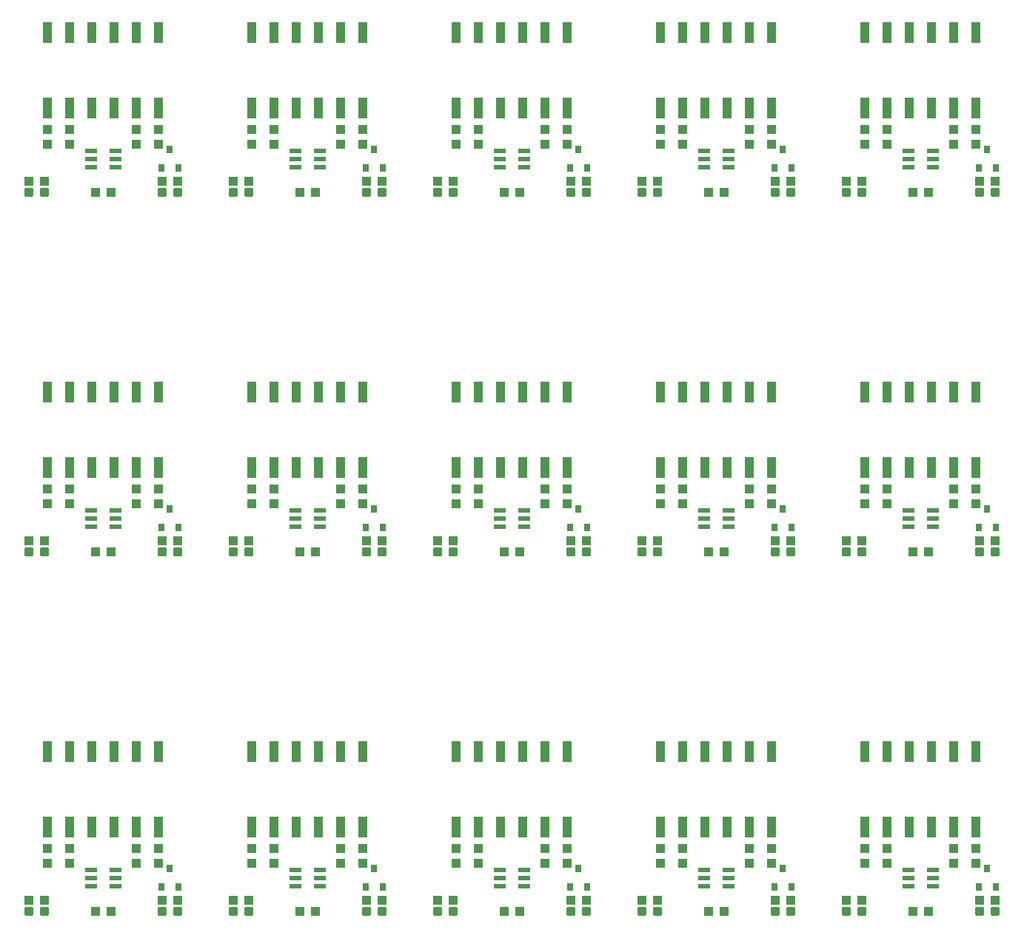
<source format=gtp>
G04 EAGLE Gerber RS-274X export*
G75*
%MOMM*%
%FSLAX34Y34*%
%LPD*%
%INSolderpaste Top*%
%IPPOS*%
%AMOC8*
5,1,8,0,0,1.08239X$1,22.5*%
G01*
%ADD10R,1.100000X1.000000*%
%ADD11C,0.300000*%
%ADD12R,1.350000X0.550000*%
%ADD13R,1.000000X1.100000*%
%ADD14R,1.130000X2.440000*%
%ADD15R,0.800000X0.900000*%


D10*
X29600Y101600D03*
X46600Y101600D03*
D11*
X43370Y92400D02*
X43370Y85400D01*
X43370Y92400D02*
X50370Y92400D01*
X50370Y85400D01*
X43370Y85400D01*
X43370Y88250D02*
X50370Y88250D01*
X50370Y91100D02*
X43370Y91100D01*
X25830Y92400D02*
X25830Y85400D01*
X25830Y92400D02*
X32830Y92400D01*
X32830Y85400D01*
X25830Y85400D01*
X25830Y88250D02*
X32830Y88250D01*
X32830Y91100D02*
X25830Y91100D01*
D10*
X122800Y88900D03*
X105800Y88900D03*
D12*
X128051Y117500D03*
X128051Y127000D03*
X128051Y136500D03*
X100549Y136500D03*
X100549Y127000D03*
X100549Y117500D03*
D13*
X177800Y160900D03*
X177800Y143900D03*
X50800Y160900D03*
X50800Y143900D03*
X76200Y160900D03*
X76200Y143900D03*
X152400Y160900D03*
X152400Y143900D03*
D14*
X50800Y185600D03*
X76200Y185600D03*
X101600Y185600D03*
X127000Y185600D03*
X152400Y185600D03*
X177800Y185600D03*
X50800Y271600D03*
X76200Y271600D03*
X101600Y271600D03*
X127000Y271600D03*
X152400Y271600D03*
X177800Y271600D03*
D10*
X182000Y101600D03*
X199000Y101600D03*
D11*
X195770Y92400D02*
X195770Y85400D01*
X195770Y92400D02*
X202770Y92400D01*
X202770Y85400D01*
X195770Y85400D01*
X195770Y88250D02*
X202770Y88250D01*
X202770Y91100D02*
X195770Y91100D01*
X178230Y92400D02*
X178230Y85400D01*
X178230Y92400D02*
X185230Y92400D01*
X185230Y85400D01*
X178230Y85400D01*
X178230Y88250D02*
X185230Y88250D01*
X185230Y91100D02*
X178230Y91100D01*
D15*
X181000Y117000D03*
X200000Y117000D03*
X190500Y138000D03*
D10*
X263280Y101600D03*
X280280Y101600D03*
D11*
X277050Y92400D02*
X277050Y85400D01*
X277050Y92400D02*
X284050Y92400D01*
X284050Y85400D01*
X277050Y85400D01*
X277050Y88250D02*
X284050Y88250D01*
X284050Y91100D02*
X277050Y91100D01*
X259510Y92400D02*
X259510Y85400D01*
X259510Y92400D02*
X266510Y92400D01*
X266510Y85400D01*
X259510Y85400D01*
X259510Y88250D02*
X266510Y88250D01*
X266510Y91100D02*
X259510Y91100D01*
D10*
X356480Y88900D03*
X339480Y88900D03*
D12*
X361731Y117500D03*
X361731Y127000D03*
X361731Y136500D03*
X334229Y136500D03*
X334229Y127000D03*
X334229Y117500D03*
D13*
X411480Y160900D03*
X411480Y143900D03*
X284480Y160900D03*
X284480Y143900D03*
X309880Y160900D03*
X309880Y143900D03*
X386080Y160900D03*
X386080Y143900D03*
D14*
X284480Y185600D03*
X309880Y185600D03*
X335280Y185600D03*
X360680Y185600D03*
X386080Y185600D03*
X411480Y185600D03*
X284480Y271600D03*
X309880Y271600D03*
X335280Y271600D03*
X360680Y271600D03*
X386080Y271600D03*
X411480Y271600D03*
D10*
X415680Y101600D03*
X432680Y101600D03*
D11*
X429450Y92400D02*
X429450Y85400D01*
X429450Y92400D02*
X436450Y92400D01*
X436450Y85400D01*
X429450Y85400D01*
X429450Y88250D02*
X436450Y88250D01*
X436450Y91100D02*
X429450Y91100D01*
X411910Y92400D02*
X411910Y85400D01*
X411910Y92400D02*
X418910Y92400D01*
X418910Y85400D01*
X411910Y85400D01*
X411910Y88250D02*
X418910Y88250D01*
X418910Y91100D02*
X411910Y91100D01*
D15*
X414680Y117000D03*
X433680Y117000D03*
X424180Y138000D03*
D10*
X496960Y101600D03*
X513960Y101600D03*
D11*
X510730Y92400D02*
X510730Y85400D01*
X510730Y92400D02*
X517730Y92400D01*
X517730Y85400D01*
X510730Y85400D01*
X510730Y88250D02*
X517730Y88250D01*
X517730Y91100D02*
X510730Y91100D01*
X493190Y92400D02*
X493190Y85400D01*
X493190Y92400D02*
X500190Y92400D01*
X500190Y85400D01*
X493190Y85400D01*
X493190Y88250D02*
X500190Y88250D01*
X500190Y91100D02*
X493190Y91100D01*
D10*
X590160Y88900D03*
X573160Y88900D03*
D12*
X595411Y117500D03*
X595411Y127000D03*
X595411Y136500D03*
X567909Y136500D03*
X567909Y127000D03*
X567909Y117500D03*
D13*
X645160Y160900D03*
X645160Y143900D03*
X518160Y160900D03*
X518160Y143900D03*
X543560Y160900D03*
X543560Y143900D03*
X619760Y160900D03*
X619760Y143900D03*
D14*
X518160Y185600D03*
X543560Y185600D03*
X568960Y185600D03*
X594360Y185600D03*
X619760Y185600D03*
X645160Y185600D03*
X518160Y271600D03*
X543560Y271600D03*
X568960Y271600D03*
X594360Y271600D03*
X619760Y271600D03*
X645160Y271600D03*
D10*
X649360Y101600D03*
X666360Y101600D03*
D11*
X663130Y92400D02*
X663130Y85400D01*
X663130Y92400D02*
X670130Y92400D01*
X670130Y85400D01*
X663130Y85400D01*
X663130Y88250D02*
X670130Y88250D01*
X670130Y91100D02*
X663130Y91100D01*
X645590Y92400D02*
X645590Y85400D01*
X645590Y92400D02*
X652590Y92400D01*
X652590Y85400D01*
X645590Y85400D01*
X645590Y88250D02*
X652590Y88250D01*
X652590Y91100D02*
X645590Y91100D01*
D15*
X648360Y117000D03*
X667360Y117000D03*
X657860Y138000D03*
D10*
X730640Y101600D03*
X747640Y101600D03*
D11*
X744410Y92400D02*
X744410Y85400D01*
X744410Y92400D02*
X751410Y92400D01*
X751410Y85400D01*
X744410Y85400D01*
X744410Y88250D02*
X751410Y88250D01*
X751410Y91100D02*
X744410Y91100D01*
X726870Y92400D02*
X726870Y85400D01*
X726870Y92400D02*
X733870Y92400D01*
X733870Y85400D01*
X726870Y85400D01*
X726870Y88250D02*
X733870Y88250D01*
X733870Y91100D02*
X726870Y91100D01*
D10*
X823840Y88900D03*
X806840Y88900D03*
D12*
X829091Y117500D03*
X829091Y127000D03*
X829091Y136500D03*
X801589Y136500D03*
X801589Y127000D03*
X801589Y117500D03*
D13*
X878840Y160900D03*
X878840Y143900D03*
X751840Y160900D03*
X751840Y143900D03*
X777240Y160900D03*
X777240Y143900D03*
X853440Y160900D03*
X853440Y143900D03*
D14*
X751840Y185600D03*
X777240Y185600D03*
X802640Y185600D03*
X828040Y185600D03*
X853440Y185600D03*
X878840Y185600D03*
X751840Y271600D03*
X777240Y271600D03*
X802640Y271600D03*
X828040Y271600D03*
X853440Y271600D03*
X878840Y271600D03*
D10*
X883040Y101600D03*
X900040Y101600D03*
D11*
X896810Y92400D02*
X896810Y85400D01*
X896810Y92400D02*
X903810Y92400D01*
X903810Y85400D01*
X896810Y85400D01*
X896810Y88250D02*
X903810Y88250D01*
X903810Y91100D02*
X896810Y91100D01*
X879270Y92400D02*
X879270Y85400D01*
X879270Y92400D02*
X886270Y92400D01*
X886270Y85400D01*
X879270Y85400D01*
X879270Y88250D02*
X886270Y88250D01*
X886270Y91100D02*
X879270Y91100D01*
D15*
X882040Y117000D03*
X901040Y117000D03*
X891540Y138000D03*
D10*
X964320Y101600D03*
X981320Y101600D03*
D11*
X978090Y92400D02*
X978090Y85400D01*
X978090Y92400D02*
X985090Y92400D01*
X985090Y85400D01*
X978090Y85400D01*
X978090Y88250D02*
X985090Y88250D01*
X985090Y91100D02*
X978090Y91100D01*
X960550Y92400D02*
X960550Y85400D01*
X960550Y92400D02*
X967550Y92400D01*
X967550Y85400D01*
X960550Y85400D01*
X960550Y88250D02*
X967550Y88250D01*
X967550Y91100D02*
X960550Y91100D01*
D10*
X1057520Y88900D03*
X1040520Y88900D03*
D12*
X1062771Y117500D03*
X1062771Y127000D03*
X1062771Y136500D03*
X1035269Y136500D03*
X1035269Y127000D03*
X1035269Y117500D03*
D13*
X1112520Y160900D03*
X1112520Y143900D03*
X985520Y160900D03*
X985520Y143900D03*
X1010920Y160900D03*
X1010920Y143900D03*
X1087120Y160900D03*
X1087120Y143900D03*
D14*
X985520Y185600D03*
X1010920Y185600D03*
X1036320Y185600D03*
X1061720Y185600D03*
X1087120Y185600D03*
X1112520Y185600D03*
X985520Y271600D03*
X1010920Y271600D03*
X1036320Y271600D03*
X1061720Y271600D03*
X1087120Y271600D03*
X1112520Y271600D03*
D10*
X1116720Y101600D03*
X1133720Y101600D03*
D11*
X1130490Y92400D02*
X1130490Y85400D01*
X1130490Y92400D02*
X1137490Y92400D01*
X1137490Y85400D01*
X1130490Y85400D01*
X1130490Y88250D02*
X1137490Y88250D01*
X1137490Y91100D02*
X1130490Y91100D01*
X1112950Y92400D02*
X1112950Y85400D01*
X1112950Y92400D02*
X1119950Y92400D01*
X1119950Y85400D01*
X1112950Y85400D01*
X1112950Y88250D02*
X1119950Y88250D01*
X1119950Y91100D02*
X1112950Y91100D01*
D15*
X1115720Y117000D03*
X1134720Y117000D03*
X1125220Y138000D03*
D10*
X29600Y513080D03*
X46600Y513080D03*
D11*
X43370Y503880D02*
X43370Y496880D01*
X43370Y503880D02*
X50370Y503880D01*
X50370Y496880D01*
X43370Y496880D01*
X43370Y499730D02*
X50370Y499730D01*
X50370Y502580D02*
X43370Y502580D01*
X25830Y503880D02*
X25830Y496880D01*
X25830Y503880D02*
X32830Y503880D01*
X32830Y496880D01*
X25830Y496880D01*
X25830Y499730D02*
X32830Y499730D01*
X32830Y502580D02*
X25830Y502580D01*
D10*
X122800Y500380D03*
X105800Y500380D03*
D12*
X128051Y528980D03*
X128051Y538480D03*
X128051Y547980D03*
X100549Y547980D03*
X100549Y538480D03*
X100549Y528980D03*
D13*
X177800Y572380D03*
X177800Y555380D03*
X50800Y572380D03*
X50800Y555380D03*
X76200Y572380D03*
X76200Y555380D03*
X152400Y572380D03*
X152400Y555380D03*
D14*
X50800Y597080D03*
X76200Y597080D03*
X101600Y597080D03*
X127000Y597080D03*
X152400Y597080D03*
X177800Y597080D03*
X50800Y683080D03*
X76200Y683080D03*
X101600Y683080D03*
X127000Y683080D03*
X152400Y683080D03*
X177800Y683080D03*
D10*
X182000Y513080D03*
X199000Y513080D03*
D11*
X195770Y503880D02*
X195770Y496880D01*
X195770Y503880D02*
X202770Y503880D01*
X202770Y496880D01*
X195770Y496880D01*
X195770Y499730D02*
X202770Y499730D01*
X202770Y502580D02*
X195770Y502580D01*
X178230Y503880D02*
X178230Y496880D01*
X178230Y503880D02*
X185230Y503880D01*
X185230Y496880D01*
X178230Y496880D01*
X178230Y499730D02*
X185230Y499730D01*
X185230Y502580D02*
X178230Y502580D01*
D15*
X181000Y528480D03*
X200000Y528480D03*
X190500Y549480D03*
D10*
X263280Y513080D03*
X280280Y513080D03*
D11*
X277050Y503880D02*
X277050Y496880D01*
X277050Y503880D02*
X284050Y503880D01*
X284050Y496880D01*
X277050Y496880D01*
X277050Y499730D02*
X284050Y499730D01*
X284050Y502580D02*
X277050Y502580D01*
X259510Y503880D02*
X259510Y496880D01*
X259510Y503880D02*
X266510Y503880D01*
X266510Y496880D01*
X259510Y496880D01*
X259510Y499730D02*
X266510Y499730D01*
X266510Y502580D02*
X259510Y502580D01*
D10*
X356480Y500380D03*
X339480Y500380D03*
D12*
X361731Y528980D03*
X361731Y538480D03*
X361731Y547980D03*
X334229Y547980D03*
X334229Y538480D03*
X334229Y528980D03*
D13*
X411480Y572380D03*
X411480Y555380D03*
X284480Y572380D03*
X284480Y555380D03*
X309880Y572380D03*
X309880Y555380D03*
X386080Y572380D03*
X386080Y555380D03*
D14*
X284480Y597080D03*
X309880Y597080D03*
X335280Y597080D03*
X360680Y597080D03*
X386080Y597080D03*
X411480Y597080D03*
X284480Y683080D03*
X309880Y683080D03*
X335280Y683080D03*
X360680Y683080D03*
X386080Y683080D03*
X411480Y683080D03*
D10*
X415680Y513080D03*
X432680Y513080D03*
D11*
X429450Y503880D02*
X429450Y496880D01*
X429450Y503880D02*
X436450Y503880D01*
X436450Y496880D01*
X429450Y496880D01*
X429450Y499730D02*
X436450Y499730D01*
X436450Y502580D02*
X429450Y502580D01*
X411910Y503880D02*
X411910Y496880D01*
X411910Y503880D02*
X418910Y503880D01*
X418910Y496880D01*
X411910Y496880D01*
X411910Y499730D02*
X418910Y499730D01*
X418910Y502580D02*
X411910Y502580D01*
D15*
X414680Y528480D03*
X433680Y528480D03*
X424180Y549480D03*
D10*
X496960Y513080D03*
X513960Y513080D03*
D11*
X510730Y503880D02*
X510730Y496880D01*
X510730Y503880D02*
X517730Y503880D01*
X517730Y496880D01*
X510730Y496880D01*
X510730Y499730D02*
X517730Y499730D01*
X517730Y502580D02*
X510730Y502580D01*
X493190Y503880D02*
X493190Y496880D01*
X493190Y503880D02*
X500190Y503880D01*
X500190Y496880D01*
X493190Y496880D01*
X493190Y499730D02*
X500190Y499730D01*
X500190Y502580D02*
X493190Y502580D01*
D10*
X590160Y500380D03*
X573160Y500380D03*
D12*
X595411Y528980D03*
X595411Y538480D03*
X595411Y547980D03*
X567909Y547980D03*
X567909Y538480D03*
X567909Y528980D03*
D13*
X645160Y572380D03*
X645160Y555380D03*
X518160Y572380D03*
X518160Y555380D03*
X543560Y572380D03*
X543560Y555380D03*
X619760Y572380D03*
X619760Y555380D03*
D14*
X518160Y597080D03*
X543560Y597080D03*
X568960Y597080D03*
X594360Y597080D03*
X619760Y597080D03*
X645160Y597080D03*
X518160Y683080D03*
X543560Y683080D03*
X568960Y683080D03*
X594360Y683080D03*
X619760Y683080D03*
X645160Y683080D03*
D10*
X649360Y513080D03*
X666360Y513080D03*
D11*
X663130Y503880D02*
X663130Y496880D01*
X663130Y503880D02*
X670130Y503880D01*
X670130Y496880D01*
X663130Y496880D01*
X663130Y499730D02*
X670130Y499730D01*
X670130Y502580D02*
X663130Y502580D01*
X645590Y503880D02*
X645590Y496880D01*
X645590Y503880D02*
X652590Y503880D01*
X652590Y496880D01*
X645590Y496880D01*
X645590Y499730D02*
X652590Y499730D01*
X652590Y502580D02*
X645590Y502580D01*
D15*
X648360Y528480D03*
X667360Y528480D03*
X657860Y549480D03*
D10*
X730640Y513080D03*
X747640Y513080D03*
D11*
X744410Y503880D02*
X744410Y496880D01*
X744410Y503880D02*
X751410Y503880D01*
X751410Y496880D01*
X744410Y496880D01*
X744410Y499730D02*
X751410Y499730D01*
X751410Y502580D02*
X744410Y502580D01*
X726870Y503880D02*
X726870Y496880D01*
X726870Y503880D02*
X733870Y503880D01*
X733870Y496880D01*
X726870Y496880D01*
X726870Y499730D02*
X733870Y499730D01*
X733870Y502580D02*
X726870Y502580D01*
D10*
X823840Y500380D03*
X806840Y500380D03*
D12*
X829091Y528980D03*
X829091Y538480D03*
X829091Y547980D03*
X801589Y547980D03*
X801589Y538480D03*
X801589Y528980D03*
D13*
X878840Y572380D03*
X878840Y555380D03*
X751840Y572380D03*
X751840Y555380D03*
X777240Y572380D03*
X777240Y555380D03*
X853440Y572380D03*
X853440Y555380D03*
D14*
X751840Y597080D03*
X777240Y597080D03*
X802640Y597080D03*
X828040Y597080D03*
X853440Y597080D03*
X878840Y597080D03*
X751840Y683080D03*
X777240Y683080D03*
X802640Y683080D03*
X828040Y683080D03*
X853440Y683080D03*
X878840Y683080D03*
D10*
X883040Y513080D03*
X900040Y513080D03*
D11*
X896810Y503880D02*
X896810Y496880D01*
X896810Y503880D02*
X903810Y503880D01*
X903810Y496880D01*
X896810Y496880D01*
X896810Y499730D02*
X903810Y499730D01*
X903810Y502580D02*
X896810Y502580D01*
X879270Y503880D02*
X879270Y496880D01*
X879270Y503880D02*
X886270Y503880D01*
X886270Y496880D01*
X879270Y496880D01*
X879270Y499730D02*
X886270Y499730D01*
X886270Y502580D02*
X879270Y502580D01*
D15*
X882040Y528480D03*
X901040Y528480D03*
X891540Y549480D03*
D10*
X964320Y513080D03*
X981320Y513080D03*
D11*
X978090Y503880D02*
X978090Y496880D01*
X978090Y503880D02*
X985090Y503880D01*
X985090Y496880D01*
X978090Y496880D01*
X978090Y499730D02*
X985090Y499730D01*
X985090Y502580D02*
X978090Y502580D01*
X960550Y503880D02*
X960550Y496880D01*
X960550Y503880D02*
X967550Y503880D01*
X967550Y496880D01*
X960550Y496880D01*
X960550Y499730D02*
X967550Y499730D01*
X967550Y502580D02*
X960550Y502580D01*
D10*
X1057520Y500380D03*
X1040520Y500380D03*
D12*
X1062771Y528980D03*
X1062771Y538480D03*
X1062771Y547980D03*
X1035269Y547980D03*
X1035269Y538480D03*
X1035269Y528980D03*
D13*
X1112520Y572380D03*
X1112520Y555380D03*
X985520Y572380D03*
X985520Y555380D03*
X1010920Y572380D03*
X1010920Y555380D03*
X1087120Y572380D03*
X1087120Y555380D03*
D14*
X985520Y597080D03*
X1010920Y597080D03*
X1036320Y597080D03*
X1061720Y597080D03*
X1087120Y597080D03*
X1112520Y597080D03*
X985520Y683080D03*
X1010920Y683080D03*
X1036320Y683080D03*
X1061720Y683080D03*
X1087120Y683080D03*
X1112520Y683080D03*
D10*
X1116720Y513080D03*
X1133720Y513080D03*
D11*
X1130490Y503880D02*
X1130490Y496880D01*
X1130490Y503880D02*
X1137490Y503880D01*
X1137490Y496880D01*
X1130490Y496880D01*
X1130490Y499730D02*
X1137490Y499730D01*
X1137490Y502580D02*
X1130490Y502580D01*
X1112950Y503880D02*
X1112950Y496880D01*
X1112950Y503880D02*
X1119950Y503880D01*
X1119950Y496880D01*
X1112950Y496880D01*
X1112950Y499730D02*
X1119950Y499730D01*
X1119950Y502580D02*
X1112950Y502580D01*
D15*
X1115720Y528480D03*
X1134720Y528480D03*
X1125220Y549480D03*
D10*
X29600Y924560D03*
X46600Y924560D03*
D11*
X43370Y915360D02*
X43370Y908360D01*
X43370Y915360D02*
X50370Y915360D01*
X50370Y908360D01*
X43370Y908360D01*
X43370Y911210D02*
X50370Y911210D01*
X50370Y914060D02*
X43370Y914060D01*
X25830Y915360D02*
X25830Y908360D01*
X25830Y915360D02*
X32830Y915360D01*
X32830Y908360D01*
X25830Y908360D01*
X25830Y911210D02*
X32830Y911210D01*
X32830Y914060D02*
X25830Y914060D01*
D10*
X122800Y911860D03*
X105800Y911860D03*
D12*
X128051Y940460D03*
X128051Y949960D03*
X128051Y959460D03*
X100549Y959460D03*
X100549Y949960D03*
X100549Y940460D03*
D13*
X177800Y983860D03*
X177800Y966860D03*
X50800Y983860D03*
X50800Y966860D03*
X76200Y983860D03*
X76200Y966860D03*
X152400Y983860D03*
X152400Y966860D03*
D14*
X50800Y1008560D03*
X76200Y1008560D03*
X101600Y1008560D03*
X127000Y1008560D03*
X152400Y1008560D03*
X177800Y1008560D03*
X50800Y1094560D03*
X76200Y1094560D03*
X101600Y1094560D03*
X127000Y1094560D03*
X152400Y1094560D03*
X177800Y1094560D03*
D10*
X182000Y924560D03*
X199000Y924560D03*
D11*
X195770Y915360D02*
X195770Y908360D01*
X195770Y915360D02*
X202770Y915360D01*
X202770Y908360D01*
X195770Y908360D01*
X195770Y911210D02*
X202770Y911210D01*
X202770Y914060D02*
X195770Y914060D01*
X178230Y915360D02*
X178230Y908360D01*
X178230Y915360D02*
X185230Y915360D01*
X185230Y908360D01*
X178230Y908360D01*
X178230Y911210D02*
X185230Y911210D01*
X185230Y914060D02*
X178230Y914060D01*
D15*
X181000Y939960D03*
X200000Y939960D03*
X190500Y960960D03*
D10*
X263280Y924560D03*
X280280Y924560D03*
D11*
X277050Y915360D02*
X277050Y908360D01*
X277050Y915360D02*
X284050Y915360D01*
X284050Y908360D01*
X277050Y908360D01*
X277050Y911210D02*
X284050Y911210D01*
X284050Y914060D02*
X277050Y914060D01*
X259510Y915360D02*
X259510Y908360D01*
X259510Y915360D02*
X266510Y915360D01*
X266510Y908360D01*
X259510Y908360D01*
X259510Y911210D02*
X266510Y911210D01*
X266510Y914060D02*
X259510Y914060D01*
D10*
X356480Y911860D03*
X339480Y911860D03*
D12*
X361731Y940460D03*
X361731Y949960D03*
X361731Y959460D03*
X334229Y959460D03*
X334229Y949960D03*
X334229Y940460D03*
D13*
X411480Y983860D03*
X411480Y966860D03*
X284480Y983860D03*
X284480Y966860D03*
X309880Y983860D03*
X309880Y966860D03*
X386080Y983860D03*
X386080Y966860D03*
D14*
X284480Y1008560D03*
X309880Y1008560D03*
X335280Y1008560D03*
X360680Y1008560D03*
X386080Y1008560D03*
X411480Y1008560D03*
X284480Y1094560D03*
X309880Y1094560D03*
X335280Y1094560D03*
X360680Y1094560D03*
X386080Y1094560D03*
X411480Y1094560D03*
D10*
X415680Y924560D03*
X432680Y924560D03*
D11*
X429450Y915360D02*
X429450Y908360D01*
X429450Y915360D02*
X436450Y915360D01*
X436450Y908360D01*
X429450Y908360D01*
X429450Y911210D02*
X436450Y911210D01*
X436450Y914060D02*
X429450Y914060D01*
X411910Y915360D02*
X411910Y908360D01*
X411910Y915360D02*
X418910Y915360D01*
X418910Y908360D01*
X411910Y908360D01*
X411910Y911210D02*
X418910Y911210D01*
X418910Y914060D02*
X411910Y914060D01*
D15*
X414680Y939960D03*
X433680Y939960D03*
X424180Y960960D03*
D10*
X496960Y924560D03*
X513960Y924560D03*
D11*
X510730Y915360D02*
X510730Y908360D01*
X510730Y915360D02*
X517730Y915360D01*
X517730Y908360D01*
X510730Y908360D01*
X510730Y911210D02*
X517730Y911210D01*
X517730Y914060D02*
X510730Y914060D01*
X493190Y915360D02*
X493190Y908360D01*
X493190Y915360D02*
X500190Y915360D01*
X500190Y908360D01*
X493190Y908360D01*
X493190Y911210D02*
X500190Y911210D01*
X500190Y914060D02*
X493190Y914060D01*
D10*
X590160Y911860D03*
X573160Y911860D03*
D12*
X595411Y940460D03*
X595411Y949960D03*
X595411Y959460D03*
X567909Y959460D03*
X567909Y949960D03*
X567909Y940460D03*
D13*
X645160Y983860D03*
X645160Y966860D03*
X518160Y983860D03*
X518160Y966860D03*
X543560Y983860D03*
X543560Y966860D03*
X619760Y983860D03*
X619760Y966860D03*
D14*
X518160Y1008560D03*
X543560Y1008560D03*
X568960Y1008560D03*
X594360Y1008560D03*
X619760Y1008560D03*
X645160Y1008560D03*
X518160Y1094560D03*
X543560Y1094560D03*
X568960Y1094560D03*
X594360Y1094560D03*
X619760Y1094560D03*
X645160Y1094560D03*
D10*
X649360Y924560D03*
X666360Y924560D03*
D11*
X663130Y915360D02*
X663130Y908360D01*
X663130Y915360D02*
X670130Y915360D01*
X670130Y908360D01*
X663130Y908360D01*
X663130Y911210D02*
X670130Y911210D01*
X670130Y914060D02*
X663130Y914060D01*
X645590Y915360D02*
X645590Y908360D01*
X645590Y915360D02*
X652590Y915360D01*
X652590Y908360D01*
X645590Y908360D01*
X645590Y911210D02*
X652590Y911210D01*
X652590Y914060D02*
X645590Y914060D01*
D15*
X648360Y939960D03*
X667360Y939960D03*
X657860Y960960D03*
D10*
X730640Y924560D03*
X747640Y924560D03*
D11*
X744410Y915360D02*
X744410Y908360D01*
X744410Y915360D02*
X751410Y915360D01*
X751410Y908360D01*
X744410Y908360D01*
X744410Y911210D02*
X751410Y911210D01*
X751410Y914060D02*
X744410Y914060D01*
X726870Y915360D02*
X726870Y908360D01*
X726870Y915360D02*
X733870Y915360D01*
X733870Y908360D01*
X726870Y908360D01*
X726870Y911210D02*
X733870Y911210D01*
X733870Y914060D02*
X726870Y914060D01*
D10*
X823840Y911860D03*
X806840Y911860D03*
D12*
X829091Y940460D03*
X829091Y949960D03*
X829091Y959460D03*
X801589Y959460D03*
X801589Y949960D03*
X801589Y940460D03*
D13*
X878840Y983860D03*
X878840Y966860D03*
X751840Y983860D03*
X751840Y966860D03*
X777240Y983860D03*
X777240Y966860D03*
X853440Y983860D03*
X853440Y966860D03*
D14*
X751840Y1008560D03*
X777240Y1008560D03*
X802640Y1008560D03*
X828040Y1008560D03*
X853440Y1008560D03*
X878840Y1008560D03*
X751840Y1094560D03*
X777240Y1094560D03*
X802640Y1094560D03*
X828040Y1094560D03*
X853440Y1094560D03*
X878840Y1094560D03*
D10*
X883040Y924560D03*
X900040Y924560D03*
D11*
X896810Y915360D02*
X896810Y908360D01*
X896810Y915360D02*
X903810Y915360D01*
X903810Y908360D01*
X896810Y908360D01*
X896810Y911210D02*
X903810Y911210D01*
X903810Y914060D02*
X896810Y914060D01*
X879270Y915360D02*
X879270Y908360D01*
X879270Y915360D02*
X886270Y915360D01*
X886270Y908360D01*
X879270Y908360D01*
X879270Y911210D02*
X886270Y911210D01*
X886270Y914060D02*
X879270Y914060D01*
D15*
X882040Y939960D03*
X901040Y939960D03*
X891540Y960960D03*
D10*
X964320Y924560D03*
X981320Y924560D03*
D11*
X978090Y915360D02*
X978090Y908360D01*
X978090Y915360D02*
X985090Y915360D01*
X985090Y908360D01*
X978090Y908360D01*
X978090Y911210D02*
X985090Y911210D01*
X985090Y914060D02*
X978090Y914060D01*
X960550Y915360D02*
X960550Y908360D01*
X960550Y915360D02*
X967550Y915360D01*
X967550Y908360D01*
X960550Y908360D01*
X960550Y911210D02*
X967550Y911210D01*
X967550Y914060D02*
X960550Y914060D01*
D10*
X1057520Y911860D03*
X1040520Y911860D03*
D12*
X1062771Y940460D03*
X1062771Y949960D03*
X1062771Y959460D03*
X1035269Y959460D03*
X1035269Y949960D03*
X1035269Y940460D03*
D13*
X1112520Y983860D03*
X1112520Y966860D03*
X985520Y983860D03*
X985520Y966860D03*
X1010920Y983860D03*
X1010920Y966860D03*
X1087120Y983860D03*
X1087120Y966860D03*
D14*
X985520Y1008560D03*
X1010920Y1008560D03*
X1036320Y1008560D03*
X1061720Y1008560D03*
X1087120Y1008560D03*
X1112520Y1008560D03*
X985520Y1094560D03*
X1010920Y1094560D03*
X1036320Y1094560D03*
X1061720Y1094560D03*
X1087120Y1094560D03*
X1112520Y1094560D03*
D10*
X1116720Y924560D03*
X1133720Y924560D03*
D11*
X1130490Y915360D02*
X1130490Y908360D01*
X1130490Y915360D02*
X1137490Y915360D01*
X1137490Y908360D01*
X1130490Y908360D01*
X1130490Y911210D02*
X1137490Y911210D01*
X1137490Y914060D02*
X1130490Y914060D01*
X1112950Y915360D02*
X1112950Y908360D01*
X1112950Y915360D02*
X1119950Y915360D01*
X1119950Y908360D01*
X1112950Y908360D01*
X1112950Y911210D02*
X1119950Y911210D01*
X1119950Y914060D02*
X1112950Y914060D01*
D15*
X1115720Y939960D03*
X1134720Y939960D03*
X1125220Y960960D03*
M02*

</source>
